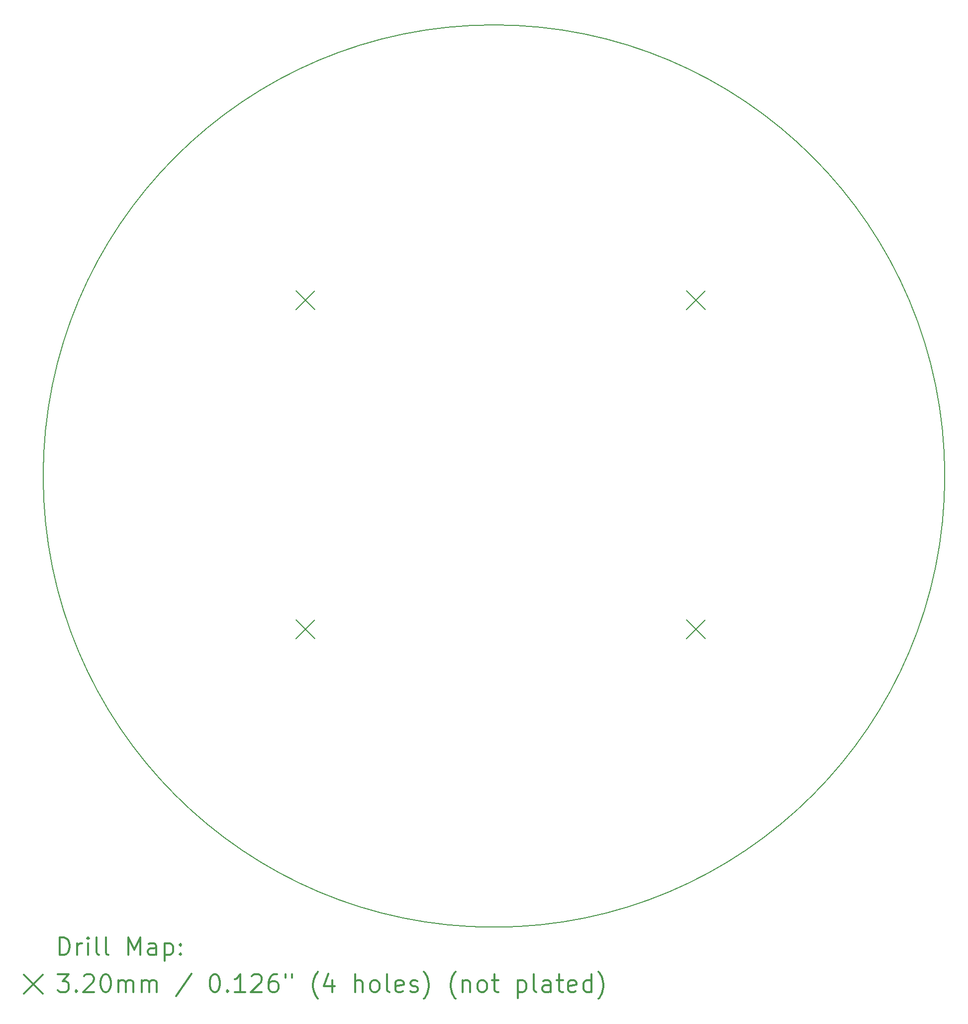
<source format=gbr>
%FSLAX45Y45*%
G04 Gerber Fmt 4.5, Leading zero omitted, Abs format (unit mm)*
G04 Created by KiCad (PCBNEW (2016-12-18 revision 3ffa37c)-master) date Tuesday, December 20, 2016 'PMt' 08:39:23 PM*
%MOMM*%
%LPD*%
G01*
G04 APERTURE LIST*
%ADD10C,0.127000*%
%ADD11C,0.150000*%
%ADD12C,0.200000*%
%ADD13C,0.300000*%
G04 APERTURE END LIST*
D10*
D11*
X17254734Y-10293200D02*
G75*
G03X17254734Y-10293200I-7672734J0D01*
G01*
D12*
X6210000Y-7140000D02*
X6530000Y-7460000D01*
X6530000Y-7140000D02*
X6210000Y-7460000D01*
X6210000Y-12740000D02*
X6530000Y-13060000D01*
X6530000Y-12740000D02*
X6210000Y-13060000D01*
X12860000Y-7140000D02*
X13180000Y-7460000D01*
X13180000Y-7140000D02*
X12860000Y-7460000D01*
X12860000Y-12740000D02*
X13180000Y-13060000D01*
X13180000Y-12740000D02*
X12860000Y-13060000D01*
D13*
X2188194Y-18439149D02*
X2188194Y-18139149D01*
X2259623Y-18139149D01*
X2302480Y-18153434D01*
X2331051Y-18182006D01*
X2345337Y-18210577D01*
X2359623Y-18267720D01*
X2359623Y-18310577D01*
X2345337Y-18367720D01*
X2331051Y-18396291D01*
X2302480Y-18424863D01*
X2259623Y-18439149D01*
X2188194Y-18439149D01*
X2488194Y-18439149D02*
X2488194Y-18239149D01*
X2488194Y-18296291D02*
X2502480Y-18267720D01*
X2516766Y-18253434D01*
X2545337Y-18239149D01*
X2573909Y-18239149D01*
X2673909Y-18439149D02*
X2673909Y-18239149D01*
X2673909Y-18139149D02*
X2659623Y-18153434D01*
X2673909Y-18167720D01*
X2688194Y-18153434D01*
X2673909Y-18139149D01*
X2673909Y-18167720D01*
X2859623Y-18439149D02*
X2831051Y-18424863D01*
X2816766Y-18396291D01*
X2816766Y-18139149D01*
X3016766Y-18439149D02*
X2988194Y-18424863D01*
X2973908Y-18396291D01*
X2973908Y-18139149D01*
X3359623Y-18439149D02*
X3359623Y-18139149D01*
X3459623Y-18353434D01*
X3559623Y-18139149D01*
X3559623Y-18439149D01*
X3831051Y-18439149D02*
X3831051Y-18282006D01*
X3816766Y-18253434D01*
X3788194Y-18239149D01*
X3731051Y-18239149D01*
X3702480Y-18253434D01*
X3831051Y-18424863D02*
X3802480Y-18439149D01*
X3731051Y-18439149D01*
X3702480Y-18424863D01*
X3688194Y-18396291D01*
X3688194Y-18367720D01*
X3702480Y-18339149D01*
X3731051Y-18324863D01*
X3802480Y-18324863D01*
X3831051Y-18310577D01*
X3973908Y-18239149D02*
X3973908Y-18539149D01*
X3973908Y-18253434D02*
X4002480Y-18239149D01*
X4059623Y-18239149D01*
X4088194Y-18253434D01*
X4102480Y-18267720D01*
X4116766Y-18296291D01*
X4116766Y-18382006D01*
X4102480Y-18410577D01*
X4088194Y-18424863D01*
X4059623Y-18439149D01*
X4002480Y-18439149D01*
X3973908Y-18424863D01*
X4245337Y-18410577D02*
X4259623Y-18424863D01*
X4245337Y-18439149D01*
X4231051Y-18424863D01*
X4245337Y-18410577D01*
X4245337Y-18439149D01*
X4245337Y-18253434D02*
X4259623Y-18267720D01*
X4245337Y-18282006D01*
X4231051Y-18267720D01*
X4245337Y-18253434D01*
X4245337Y-18282006D01*
X1581766Y-18773434D02*
X1901766Y-19093434D01*
X1901766Y-18773434D02*
X1581766Y-19093434D01*
X2159623Y-18769149D02*
X2345337Y-18769149D01*
X2245337Y-18883434D01*
X2288194Y-18883434D01*
X2316766Y-18897720D01*
X2331051Y-18912006D01*
X2345337Y-18940577D01*
X2345337Y-19012006D01*
X2331051Y-19040577D01*
X2316766Y-19054863D01*
X2288194Y-19069149D01*
X2202480Y-19069149D01*
X2173909Y-19054863D01*
X2159623Y-19040577D01*
X2473909Y-19040577D02*
X2488194Y-19054863D01*
X2473909Y-19069149D01*
X2459623Y-19054863D01*
X2473909Y-19040577D01*
X2473909Y-19069149D01*
X2602480Y-18797720D02*
X2616766Y-18783434D01*
X2645337Y-18769149D01*
X2716766Y-18769149D01*
X2745337Y-18783434D01*
X2759623Y-18797720D01*
X2773909Y-18826291D01*
X2773909Y-18854863D01*
X2759623Y-18897720D01*
X2588194Y-19069149D01*
X2773909Y-19069149D01*
X2959623Y-18769149D02*
X2988194Y-18769149D01*
X3016766Y-18783434D01*
X3031051Y-18797720D01*
X3045337Y-18826291D01*
X3059623Y-18883434D01*
X3059623Y-18954863D01*
X3045337Y-19012006D01*
X3031051Y-19040577D01*
X3016766Y-19054863D01*
X2988194Y-19069149D01*
X2959623Y-19069149D01*
X2931051Y-19054863D01*
X2916766Y-19040577D01*
X2902480Y-19012006D01*
X2888194Y-18954863D01*
X2888194Y-18883434D01*
X2902480Y-18826291D01*
X2916766Y-18797720D01*
X2931051Y-18783434D01*
X2959623Y-18769149D01*
X3188194Y-19069149D02*
X3188194Y-18869149D01*
X3188194Y-18897720D02*
X3202480Y-18883434D01*
X3231051Y-18869149D01*
X3273908Y-18869149D01*
X3302480Y-18883434D01*
X3316766Y-18912006D01*
X3316766Y-19069149D01*
X3316766Y-18912006D02*
X3331051Y-18883434D01*
X3359623Y-18869149D01*
X3402480Y-18869149D01*
X3431051Y-18883434D01*
X3445337Y-18912006D01*
X3445337Y-19069149D01*
X3588194Y-19069149D02*
X3588194Y-18869149D01*
X3588194Y-18897720D02*
X3602480Y-18883434D01*
X3631051Y-18869149D01*
X3673908Y-18869149D01*
X3702480Y-18883434D01*
X3716766Y-18912006D01*
X3716766Y-19069149D01*
X3716766Y-18912006D02*
X3731051Y-18883434D01*
X3759623Y-18869149D01*
X3802480Y-18869149D01*
X3831051Y-18883434D01*
X3845337Y-18912006D01*
X3845337Y-19069149D01*
X4431051Y-18754863D02*
X4173908Y-19140577D01*
X4816766Y-18769149D02*
X4845337Y-18769149D01*
X4873909Y-18783434D01*
X4888194Y-18797720D01*
X4902480Y-18826291D01*
X4916766Y-18883434D01*
X4916766Y-18954863D01*
X4902480Y-19012006D01*
X4888194Y-19040577D01*
X4873909Y-19054863D01*
X4845337Y-19069149D01*
X4816766Y-19069149D01*
X4788194Y-19054863D01*
X4773909Y-19040577D01*
X4759623Y-19012006D01*
X4745337Y-18954863D01*
X4745337Y-18883434D01*
X4759623Y-18826291D01*
X4773909Y-18797720D01*
X4788194Y-18783434D01*
X4816766Y-18769149D01*
X5045337Y-19040577D02*
X5059623Y-19054863D01*
X5045337Y-19069149D01*
X5031051Y-19054863D01*
X5045337Y-19040577D01*
X5045337Y-19069149D01*
X5345337Y-19069149D02*
X5173909Y-19069149D01*
X5259623Y-19069149D02*
X5259623Y-18769149D01*
X5231051Y-18812006D01*
X5202480Y-18840577D01*
X5173909Y-18854863D01*
X5459623Y-18797720D02*
X5473909Y-18783434D01*
X5502480Y-18769149D01*
X5573909Y-18769149D01*
X5602480Y-18783434D01*
X5616766Y-18797720D01*
X5631051Y-18826291D01*
X5631051Y-18854863D01*
X5616766Y-18897720D01*
X5445337Y-19069149D01*
X5631051Y-19069149D01*
X5888194Y-18769149D02*
X5831051Y-18769149D01*
X5802480Y-18783434D01*
X5788194Y-18797720D01*
X5759623Y-18840577D01*
X5745337Y-18897720D01*
X5745337Y-19012006D01*
X5759623Y-19040577D01*
X5773908Y-19054863D01*
X5802480Y-19069149D01*
X5859623Y-19069149D01*
X5888194Y-19054863D01*
X5902480Y-19040577D01*
X5916766Y-19012006D01*
X5916766Y-18940577D01*
X5902480Y-18912006D01*
X5888194Y-18897720D01*
X5859623Y-18883434D01*
X5802480Y-18883434D01*
X5773908Y-18897720D01*
X5759623Y-18912006D01*
X5745337Y-18940577D01*
X6031051Y-18769149D02*
X6031051Y-18826291D01*
X6145337Y-18769149D02*
X6145337Y-18826291D01*
X6588194Y-19183434D02*
X6573908Y-19169149D01*
X6545337Y-19126291D01*
X6531051Y-19097720D01*
X6516766Y-19054863D01*
X6502480Y-18983434D01*
X6502480Y-18926291D01*
X6516766Y-18854863D01*
X6531051Y-18812006D01*
X6545337Y-18783434D01*
X6573908Y-18740577D01*
X6588194Y-18726291D01*
X6831051Y-18869149D02*
X6831051Y-19069149D01*
X6759623Y-18754863D02*
X6688194Y-18969149D01*
X6873908Y-18969149D01*
X7216766Y-19069149D02*
X7216766Y-18769149D01*
X7345337Y-19069149D02*
X7345337Y-18912006D01*
X7331051Y-18883434D01*
X7302480Y-18869149D01*
X7259623Y-18869149D01*
X7231051Y-18883434D01*
X7216766Y-18897720D01*
X7531051Y-19069149D02*
X7502480Y-19054863D01*
X7488194Y-19040577D01*
X7473908Y-19012006D01*
X7473908Y-18926291D01*
X7488194Y-18897720D01*
X7502480Y-18883434D01*
X7531051Y-18869149D01*
X7573908Y-18869149D01*
X7602480Y-18883434D01*
X7616766Y-18897720D01*
X7631051Y-18926291D01*
X7631051Y-19012006D01*
X7616766Y-19040577D01*
X7602480Y-19054863D01*
X7573908Y-19069149D01*
X7531051Y-19069149D01*
X7802480Y-19069149D02*
X7773908Y-19054863D01*
X7759623Y-19026291D01*
X7759623Y-18769149D01*
X8031051Y-19054863D02*
X8002480Y-19069149D01*
X7945337Y-19069149D01*
X7916766Y-19054863D01*
X7902480Y-19026291D01*
X7902480Y-18912006D01*
X7916766Y-18883434D01*
X7945337Y-18869149D01*
X8002480Y-18869149D01*
X8031051Y-18883434D01*
X8045337Y-18912006D01*
X8045337Y-18940577D01*
X7902480Y-18969149D01*
X8159623Y-19054863D02*
X8188194Y-19069149D01*
X8245337Y-19069149D01*
X8273908Y-19054863D01*
X8288194Y-19026291D01*
X8288194Y-19012006D01*
X8273908Y-18983434D01*
X8245337Y-18969149D01*
X8202480Y-18969149D01*
X8173908Y-18954863D01*
X8159623Y-18926291D01*
X8159623Y-18912006D01*
X8173908Y-18883434D01*
X8202480Y-18869149D01*
X8245337Y-18869149D01*
X8273908Y-18883434D01*
X8388194Y-19183434D02*
X8402480Y-19169149D01*
X8431051Y-19126291D01*
X8445337Y-19097720D01*
X8459623Y-19054863D01*
X8473909Y-18983434D01*
X8473909Y-18926291D01*
X8459623Y-18854863D01*
X8445337Y-18812006D01*
X8431051Y-18783434D01*
X8402480Y-18740577D01*
X8388194Y-18726291D01*
X8931051Y-19183434D02*
X8916766Y-19169149D01*
X8888194Y-19126291D01*
X8873909Y-19097720D01*
X8859623Y-19054863D01*
X8845337Y-18983434D01*
X8845337Y-18926291D01*
X8859623Y-18854863D01*
X8873909Y-18812006D01*
X8888194Y-18783434D01*
X8916766Y-18740577D01*
X8931051Y-18726291D01*
X9045337Y-18869149D02*
X9045337Y-19069149D01*
X9045337Y-18897720D02*
X9059623Y-18883434D01*
X9088194Y-18869149D01*
X9131051Y-18869149D01*
X9159623Y-18883434D01*
X9173909Y-18912006D01*
X9173909Y-19069149D01*
X9359623Y-19069149D02*
X9331051Y-19054863D01*
X9316766Y-19040577D01*
X9302480Y-19012006D01*
X9302480Y-18926291D01*
X9316766Y-18897720D01*
X9331051Y-18883434D01*
X9359623Y-18869149D01*
X9402480Y-18869149D01*
X9431051Y-18883434D01*
X9445337Y-18897720D01*
X9459623Y-18926291D01*
X9459623Y-19012006D01*
X9445337Y-19040577D01*
X9431051Y-19054863D01*
X9402480Y-19069149D01*
X9359623Y-19069149D01*
X9545337Y-18869149D02*
X9659623Y-18869149D01*
X9588194Y-18769149D02*
X9588194Y-19026291D01*
X9602480Y-19054863D01*
X9631051Y-19069149D01*
X9659623Y-19069149D01*
X9988194Y-18869149D02*
X9988194Y-19169149D01*
X9988194Y-18883434D02*
X10016766Y-18869149D01*
X10073909Y-18869149D01*
X10102480Y-18883434D01*
X10116766Y-18897720D01*
X10131051Y-18926291D01*
X10131051Y-19012006D01*
X10116766Y-19040577D01*
X10102480Y-19054863D01*
X10073909Y-19069149D01*
X10016766Y-19069149D01*
X9988194Y-19054863D01*
X10302480Y-19069149D02*
X10273909Y-19054863D01*
X10259623Y-19026291D01*
X10259623Y-18769149D01*
X10545337Y-19069149D02*
X10545337Y-18912006D01*
X10531051Y-18883434D01*
X10502480Y-18869149D01*
X10445337Y-18869149D01*
X10416766Y-18883434D01*
X10545337Y-19054863D02*
X10516766Y-19069149D01*
X10445337Y-19069149D01*
X10416766Y-19054863D01*
X10402480Y-19026291D01*
X10402480Y-18997720D01*
X10416766Y-18969149D01*
X10445337Y-18954863D01*
X10516766Y-18954863D01*
X10545337Y-18940577D01*
X10645337Y-18869149D02*
X10759623Y-18869149D01*
X10688194Y-18769149D02*
X10688194Y-19026291D01*
X10702480Y-19054863D01*
X10731051Y-19069149D01*
X10759623Y-19069149D01*
X10973909Y-19054863D02*
X10945337Y-19069149D01*
X10888194Y-19069149D01*
X10859623Y-19054863D01*
X10845337Y-19026291D01*
X10845337Y-18912006D01*
X10859623Y-18883434D01*
X10888194Y-18869149D01*
X10945337Y-18869149D01*
X10973909Y-18883434D01*
X10988194Y-18912006D01*
X10988194Y-18940577D01*
X10845337Y-18969149D01*
X11245337Y-19069149D02*
X11245337Y-18769149D01*
X11245337Y-19054863D02*
X11216766Y-19069149D01*
X11159623Y-19069149D01*
X11131051Y-19054863D01*
X11116766Y-19040577D01*
X11102480Y-19012006D01*
X11102480Y-18926291D01*
X11116766Y-18897720D01*
X11131051Y-18883434D01*
X11159623Y-18869149D01*
X11216766Y-18869149D01*
X11245337Y-18883434D01*
X11359623Y-19183434D02*
X11373908Y-19169149D01*
X11402480Y-19126291D01*
X11416766Y-19097720D01*
X11431051Y-19054863D01*
X11445337Y-18983434D01*
X11445337Y-18926291D01*
X11431051Y-18854863D01*
X11416766Y-18812006D01*
X11402480Y-18783434D01*
X11373908Y-18740577D01*
X11359623Y-18726291D01*
M02*

</source>
